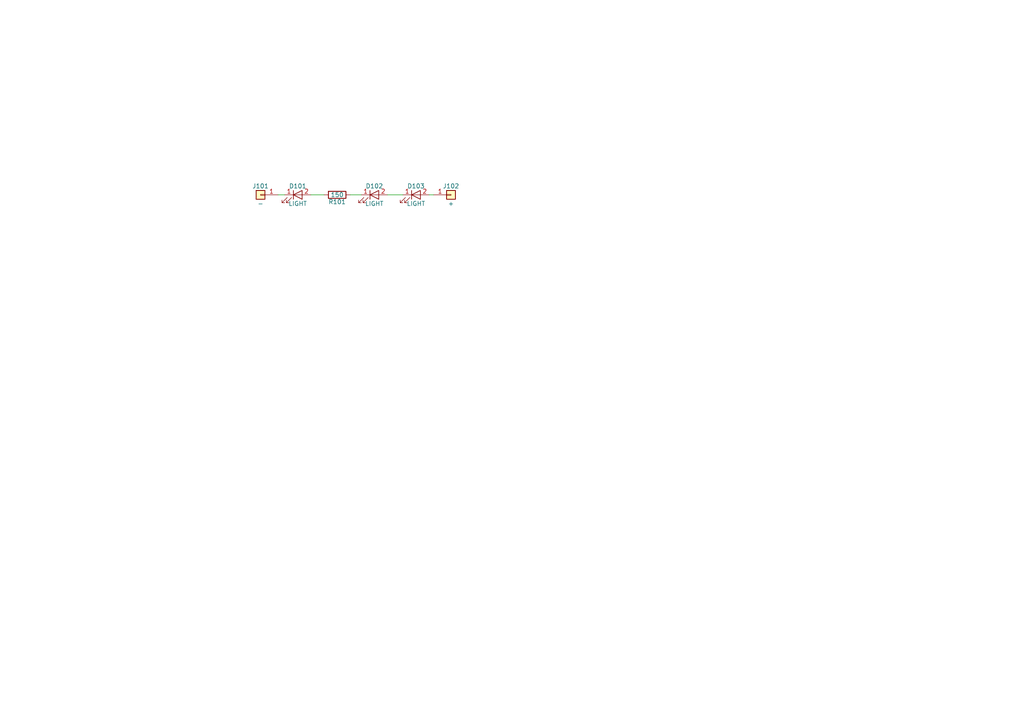
<source format=kicad_sch>
(kicad_sch (version 20211123) (generator eeschema)
  (paper "A4")
  (lib_symbols
    (symbol "6footfl-rescue:Conn_01x01" (pin_names (offset 1.016) hide)
      (property "Reference" "J" (at 0 2.54 0))
      (property "Value" "Conn_01x01" (at 0 -2.54 0))
      (symbol "Conn_01x01_1_1"
        (rectangle (start -1.27 0.127) (end 0 -0.127) (stroke (width 0.1524)))
        (rectangle (start -1.27 1.27) (end 1.27 -1.27) (stroke (width 0.254)) (fill (type background)))
        (pin passive line (at -5.08 0 0) (length 3.81) (name "Pin_1") (number "1"))
      )
    )
    (symbol "6footfl-rescue:LED" (pin_names (offset 1.016) hide)
      (property "Reference" "D" (at 0 2.54 0))
      (property "Value" "LED" (at 0 -2.54 0))
      (symbol "LED_0_1"
        (polyline (pts (xy -1.27 -1.27) (xy -1.27 1.27)) (stroke (width 0.2032)))
        (polyline (pts (xy -1.27 0) (xy 1.27 0)))
        (polyline (pts (xy 1.27 -1.27) (xy 1.27 1.27) (xy -1.27 0) (xy 1.27 -1.27)) (stroke (width 0.2032)))
        (polyline (pts (xy -3.048 -0.762) (xy -4.572 -2.286) (xy -3.81 -2.286) (xy -4.572 -2.286) (xy -4.572 -1.524)))
        (polyline (pts (xy -1.778 -0.762) (xy -3.302 -2.286) (xy -2.54 -2.286) (xy -3.302 -2.286) (xy -3.302 -1.524)))
      )
      (symbol "LED_1_1"
        (pin passive line (at -3.81 0 0) (length 2.54) (name "K") (number "1"))
        (pin passive line (at 3.81 0 180) (length 2.54) (name "A") (number "2"))
      )
    )
    (symbol "6footfl-rescue:R" (pin_numbers hide) (pin_names (offset 0))
      (property "Reference" "R" (at 2.032 0 90))
      (property "Value" "R" (at 0 0 90))
      (symbol "R_0_1"
        (rectangle (start -1.016 -2.54) (end 1.016 2.54) (stroke (width 0.254)))
      )
      (symbol "R_1_1"
        (pin passive line (at 0 3.81 270) (length 1.27) (name "~") (number "1"))
        (pin passive line (at 0 -3.81 90) (length 1.27) (name "~") (number "2"))
      )
    )
  )
  (wire (pts (xy 90.17 56.515) (xy 93.98 56.515)))
  (wire (pts (xy 101.6 56.515) (xy 104.775 56.515)))
  (wire (pts (xy 124.46 56.515) (xy 125.73 56.515)))
  (wire (pts (xy 80.645 56.515) (xy 82.55 56.515)))
  (wire (pts (xy 112.395 56.515) (xy 116.84 56.515)))
  (symbol (lib_id "6footfl-rescue:R") (at 97.79 56.515 270) (unit 1)
    (property "Reference" "R101" (at 97.79 58.547 90))
    (property "Value" "150" (at 97.79 56.515 90))
    (property "Footprint" "Resistors_SMD:R_0603" (effects hide))
    (property "Mouser Part Number" "603-RT0603FRE13150RL" (effects hide))
  )
  (symbol (lib_id "6footfl-rescue:LED") (at 86.36 56.515 0) (unit 1)
    (property "Reference" "D101" (at 86.36 53.975 0))
    (property "Value" "LIGHT" (at 86.36 59.055 0))
    (property "Footprint" "LEDs:LED_0603" (effects hide))
    (property "Mouser Part Number" "630-HSMW-C191-U0000" (effects hide))
  )
  (symbol (lib_id "6footfl-rescue:LED") (at 108.585 56.515 0) (unit 1)
    (property "Reference" "D102" (at 108.585 53.975 0))
    (property "Value" "LIGHT" (at 108.585 59.055 0))
    (property "Footprint" "LEDs:LED_0603" (effects hide))
    (property "Mouser Part Number" "630-HSMW-C191-U0000" (effects hide))
  )
  (symbol (lib_id "6footfl-rescue:LED") (at 120.65 56.515 0) (unit 1)
    (property "Reference" "D103" (at 120.65 53.975 0))
    (property "Value" "LIGHT" (at 120.65 59.055 0))
    (property "Footprint" "LEDs:LED_0603" (effects hide))
    (property "Mouser Part Number" "630-HSMW-C191-U0000" (effects hide))
  )
  (symbol (lib_id "6footfl-rescue:Conn_01x01") (at 130.81 56.515 0) (unit 1)
    (property "Reference" "J102" (at 130.81 53.975 0))
    (property "Value" "+" (at 130.81 59.055 0))
    (property "Footprint" "SmallPads:SmallPad" (effects hide))
  )
  (symbol (lib_id "6footfl-rescue:Conn_01x01") (at 75.565 56.515 0) (mirror y) (unit 1)
    (property "Reference" "J101" (at 75.565 53.975 0))
    (property "Value" "-" (at 75.565 59.055 0))
    (property "Footprint" "SmallPads:SmallPad" (effects hide))
  )
)
</source>
